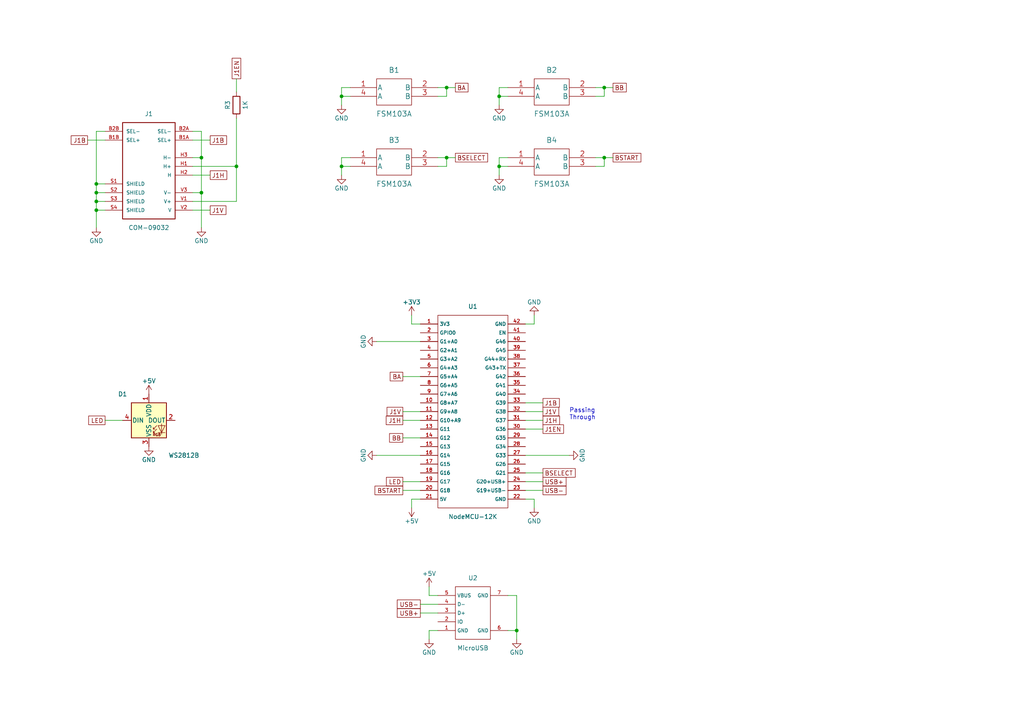
<source format=kicad_sch>
(kicad_sch (version 20211123) (generator eeschema)
  (paper "A4")
  (title_block (title "MiniXPAD") (date "2022-08-12"))
  (lib_symbols
    (symbol "Device:R" (pin_numbers hide) (pin_names (offset 0))
      (property "Reference" "R" (at 2.032 0 90))
      (property "Value" "R" (at 0 0 90))
      (symbol "R_0_1"
        (rectangle (start -1.016 -2.54) (end 1.016 2.54) (stroke (width 0.254)))
      )
      (symbol "R_1_1"
        (pin passive line (at 0 3.81 270) (length 1.27) (name "~") (number "1"))
        (pin passive line (at 0 -3.81 90) (length 1.27) (name "~") (number "2"))
      )
    )
    (symbol "FSM103A_6" (pin_names (offset 0.254))
      (property "Reference" "U" (at 0 7.62 0))
      (property "Value" "FSM103A_6" (at 0 -5.08 0))
      (symbol "FSM103A_6_0_0"
        (rectangle (start -5.08 5.08) (end 5.08 -2.54))
      )
      (symbol "FSM103A_6_1_1"
        (pin passive line (at -12.7 2.54 0) (length 7.62) (name "A") (number "1"))
        (pin passive line (at 12.7 2.54 180) (length 7.62) (name "B") (number "2"))
        (pin passive line (at 12.7 0 180) (length 7.62) (name "B") (number "3"))
        (pin passive line (at -12.7 0 0) (length 7.62) (name "A") (number "4"))
      )
    )
    (symbol "FSM103A_7" (pin_names (offset 0.254))
      (property "Reference" "U" (at 0 7.62 0))
      (property "Value" "FSM103A_7" (at 0 -5.08 0))
      (symbol "FSM103A_7_0_0"
        (rectangle (start -5.08 5.08) (end 5.08 -2.54))
      )
      (symbol "FSM103A_7_1_1"
        (pin passive line (at -12.7 2.54 0) (length 7.62) (name "A") (number "1"))
        (pin passive line (at 12.7 2.54 180) (length 7.62) (name "B") (number "2"))
        (pin passive line (at 12.7 0 180) (length 7.62) (name "B") (number "3"))
        (pin passive line (at -12.7 0 0) (length 7.62) (name "A") (number "4"))
      )
    )
    (symbol "LED:WS2812B" (pin_names (offset 0.254))
      (property "Reference" "D" (at 5.08 5.715 0))
      (property "Value" "WS2812B" (at 1.27 -5.715 0))
      (symbol "WS2812B_0_0"
        (text "RGB" (at 2.286 -4.191 0) (effects (font (size 0.762 0.762))))
      )
      (symbol "WS2812B_0_1"
        (polyline (pts (xy 1.27 -3.556) (xy 1.778 -3.556)))
        (polyline (pts (xy 1.27 -2.54) (xy 1.778 -2.54)))
        (polyline (pts (xy 4.699 -3.556) (xy 2.667 -3.556)))
        (polyline (pts (xy 2.286 -2.54) (xy 1.27 -3.556) (xy 1.27 -3.048)))
        (polyline (pts (xy 2.286 -1.524) (xy 1.27 -2.54) (xy 1.27 -2.032)))
        (polyline (pts (xy 3.683 -1.016) (xy 3.683 -3.556) (xy 3.683 -4.064)))
        (polyline (pts (xy 4.699 -1.524) (xy 2.667 -1.524) (xy 3.683 -3.556) (xy 4.699 -1.524)))
        (rectangle (start 5.08 5.08) (end -5.08 -5.08) (stroke (width 0.254)) (fill (type background)))
      )
      (symbol "WS2812B_1_1"
        (pin power_in line (at 0 7.62 270) (length 2.54) (name "VDD") (number "1"))
        (pin output line (at 7.62 0 180) (length 2.54) (name "DOUT") (number "2"))
        (pin power_in line (at 0 -7.62 90) (length 2.54) (name "VSS") (number "3"))
        (pin input line (at -7.62 0 0) (length 2.54) (name "DIN") (number "4"))
      )
    )
    (symbol "MXPAD:COM-09032" (pin_names (offset 1.016))
      (property "Reference" "U" (at 0 16.51 0))
      (property "Value" "COM-09032" (at 0 -15.24 0))
      (symbol "COM-09032_0_0"
        (rectangle (start -7.62 15.24) (end 7.62 -12.7) (stroke (width 0.254)))
        (pin passive line (at -12.7 -7.62 0) (length 5.08) (name "SEL+") (number "B1A"))
        (pin passive line (at 12.7 -7.62 180) (length 5.08) (name "SEL+") (number "B1B"))
        (pin passive line (at -12.7 -10.16 0) (length 5.08) (name "SEL-") (number "B2A"))
        (pin passive line (at 12.7 -10.16 180) (length 5.08) (name "SEL-") (number "B2B"))
        (pin passive line (at -12.7 0 0) (length 5.08) (name "H+") (number "H1"))
        (pin passive line (at -12.7 2.54 0) (length 5.08) (name "H") (number "H2"))
        (pin passive line (at -12.7 -2.54 0) (length 5.08) (name "H-") (number "H3"))
        (pin passive line (at 12.7 5.08 180) (length 5.08) (name "SHIELD") (number "S1"))
        (pin passive line (at 12.7 7.62 180) (length 5.08) (name "SHIELD") (number "S2"))
        (pin passive line (at 12.7 10.16 180) (length 5.08) (name "SHIELD") (number "S3"))
        (pin passive line (at 12.7 12.7 180) (length 5.08) (name "SHIELD") (number "S4"))
        (pin passive line (at -12.7 10.16 0) (length 5.08) (name "V+") (number "V1"))
        (pin passive line (at -12.7 12.7 0) (length 5.08) (name "V") (number "V2"))
        (pin passive line (at -12.7 7.62 0) (length 5.08) (name "V-") (number "V3"))
      )
    )
    (symbol "MXPAD:FSM103A" (pin_names (offset 0.254))
      (property "Reference" "U" (at 0 7.62 0))
      (property "Value" "FSM103A" (at 0 -5.08 0))
      (symbol "FSM103A_0_0"
        (rectangle (start -5.08 5.08) (end 5.08 -2.54))
      )
      (symbol "FSM103A_1_1"
        (pin passive line (at -12.7 2.54 0) (length 7.62) (name "A") (number "1"))
        (pin passive line (at 12.7 2.54 180) (length 7.62) (name "B") (number "2"))
        (pin passive line (at 12.7 0 180) (length 7.62) (name "B") (number "3"))
        (pin passive line (at -12.7 0 0) (length 7.62) (name "A") (number "4"))
      )
    )
    (symbol "MXPAD:MicroUSB"
      (property "Reference" "U" (at 0 10.16 0))
      (property "Value" "MicroUSB" (at 0 -10.16 0))
      (symbol "MicroUSB_0_0"
        (pin bidirectional line (at -10.16 -5.08 0) (length 5.08) (name "GND") (number "1"))
        (pin bidirectional line (at -10.16 -2.54 0) (length 5.08) (name "IO") (number "2"))
        (pin bidirectional line (at -10.16 0 0) (length 5.08) (name "D+") (number "3"))
        (pin bidirectional line (at -10.16 2.54 0) (length 5.08) (name "D-") (number "4"))
        (pin bidirectional line (at -10.16 5.08 0) (length 5.08) (name "VBUS") (number "5"))
        (pin bidirectional line (at 10.16 -5.08 180) (length 5.08) (name "GND") (number "6"))
        (pin bidirectional line (at 10.16 5.08 180) (length 5.08) (name "GND") (number "7"))
      )
      (symbol "MicroUSB_0_1"
        (rectangle (start -5.08 7.62) (end 5.08 -7.62))
      )
    )
    (symbol "MXPAD:NodeMCU-12K"
      (property "Reference" "U" (at 0 27.94 0))
      (property "Value" "NodeMCU-12K" (at 0 -33.02 0))
      (symbol "NodeMCU-12K_0_0"
        (pin bidirectional line (at -15.24 22.86 0) (length 5.08) (name "3V3") (number "1"))
        (pin bidirectional line (at -15.24 0 0) (length 5.08) (name "G8+A7") (number "10"))
        (pin bidirectional line (at -15.24 -2.54 0) (length 5.08) (name "G9+A8") (number "11"))
        (pin bidirectional line (at -15.24 -5.08 0) (length 5.08) (name "G10+A9") (number "12"))
        (pin bidirectional line (at -15.24 -7.62 0) (length 5.08) (name "G11") (number "13"))
        (pin bidirectional line (at -15.24 -10.16 0) (length 5.08) (name "G12") (number "14"))
        (pin bidirectional line (at -15.24 -12.7 0) (length 5.08) (name "G13") (number "15"))
        (pin bidirectional line (at -15.24 -15.24 0) (length 5.08) (name "G14") (number "16"))
        (pin bidirectional line (at -15.24 -17.78 0) (length 5.08) (name "G15") (number "17"))
        (pin bidirectional line (at -15.24 -20.32 0) (length 5.08) (name "G16") (number "18"))
        (pin bidirectional line (at -15.24 -22.86 0) (length 5.08) (name "G17") (number "19"))
        (pin bidirectional line (at -15.24 20.32 0) (length 5.08) (name "GPIO0") (number "2"))
        (pin bidirectional line (at -15.24 -25.4 0) (length 5.08) (name "G18") (number "20"))
        (pin bidirectional line (at -15.24 -27.94 0) (length 5.08) (name "5V") (number "21"))
        (pin bidirectional line (at 15.24 -27.94 180) (length 5.08) (name "GND") (number "22"))
        (pin bidirectional line (at 15.24 -25.4 180) (length 5.08) (name "G19+USB-") (number "23"))
        (pin bidirectional line (at 15.24 -22.86 180) (length 5.08) (name "G20+USB+") (number "24"))
        (pin bidirectional line (at 15.24 -20.32 180) (length 5.08) (name "G21") (number "25"))
        (pin bidirectional line (at 15.24 -17.78 180) (length 5.08) (name "G26") (number "26"))
        (pin bidirectional line (at 15.24 -15.24 180) (length 5.08) (name "G33") (number "27"))
        (pin bidirectional line (at 15.24 -12.7 180) (length 5.08) (name "G34") (number "28"))
        (pin bidirectional line (at 15.24 -10.16 180) (length 5.08) (name "G35") (number "29"))
        (pin bidirectional line (at -15.24 17.78 0) (length 5.08) (name "G1+A0") (number "3"))
        (pin bidirectional line (at 15.24 -7.62 180) (length 5.08) (name "G36") (number "30"))
        (pin bidirectional line (at 15.24 -5.08 180) (length 5.08) (name "G37") (number "31"))
        (pin bidirectional line (at 15.24 -2.54 180) (length 5.08) (name "G38") (number "32"))
        (pin bidirectional line (at 15.24 0 180) (length 5.08) (name "G39") (number "33"))
        (pin bidirectional line (at 15.24 2.54 180) (length 5.08) (name "G40") (number "34"))
        (pin bidirectional line (at 15.24 5.08 180) (length 5.08) (name "G41") (number "35"))
        (pin bidirectional line (at 15.24 7.62 180) (length 5.08) (name "G42") (number "36"))
        (pin bidirectional line (at 15.24 10.16 180) (length 5.08) (name "G43+TX") (number "37"))
        (pin bidirectional line (at 15.24 12.7 180) (length 5.08) (name "G44+RX") (number "38"))
        (pin bidirectional line (at 15.24 15.24 180) (length 5.08) (name "G45") (number "39"))
        (pin bidirectional line (at -15.24 15.24 0) (length 5.08) (name "G2+A1") (number "4"))
        (pin bidirectional line (at 15.24 17.78 180) (length 5.08) (name "G46") (number "40"))
        (pin bidirectional line (at 15.24 20.32 180) (length 5.08) (name "EN") (number "41"))
        (pin bidirectional line (at 15.24 22.86 180) (length 5.08) (name "GND") (number "42"))
        (pin bidirectional line (at -15.24 12.7 0) (length 5.08) (name "G3+A2") (number "5"))
        (pin bidirectional line (at -15.24 10.16 0) (length 5.08) (name "G4+A3") (number "6"))
        (pin bidirectional line (at -15.24 7.62 0) (length 5.08) (name "G5+A4") (number "7"))
        (pin bidirectional line (at -15.24 5.08 0) (length 5.08) (name "G6+A5") (number "8"))
        (pin bidirectional line (at -15.24 2.54 0) (length 5.08) (name "G7+A6") (number "9"))
      )
      (symbol "NodeMCU-12K_0_1"
        (rectangle (start -10.16 25.4) (end 10.16 -30.48))
        (rectangle (start -8.89 7.62) (end -8.89 7.62))
        (rectangle (start -8.89 7.62) (end -8.89 7.62))
        (rectangle (start -8.89 7.62) (end -8.89 7.62))
        (rectangle (start -8.89 7.62) (end -8.89 7.62))
      )
    )
    (symbol "power:+3V3" (power) (pin_names (offset 0))
      (property "Value" "+3V3" (at 0 3.556 0))
      (symbol "+3V3_0_1"
        (polyline (pts (xy -0.762 1.27) (xy 0 2.54)))
        (polyline (pts (xy 0 0) (xy 0 2.54)))
        (polyline (pts (xy 0 2.54) (xy 0.762 1.27)))
      )
      (symbol "+3V3_1_1"
        (pin power_in line (at 0 0 90) (length 0) hide (name "+3V3") (number "1"))
      )
    )
    (symbol "power:+5V" (power) (pin_names (offset 0))
      (property "Value" "+5V" (at 0 3.556 0))
      (symbol "+5V_0_1"
        (polyline (pts (xy -0.762 1.27) (xy 0 2.54)))
        (polyline (pts (xy 0 0) (xy 0 2.54)))
        (polyline (pts (xy 0 2.54) (xy 0.762 1.27)))
      )
      (symbol "+5V_1_1"
        (pin power_in line (at 0 0 90) (length 0) hide (name "+5V") (number "1"))
      )
    )
    (symbol "power:GND" (power) (pin_names (offset 0))
      (property "Value" "GND" (at 0 -3.81 0))
      (symbol "GND_0_1"
        (polyline (pts (xy 0 0) (xy 0 -1.27) (xy 1.27 -1.27) (xy 0 -2.54) (xy -1.27 -1.27) (xy 0 -1.27)))
      )
      (symbol "GND_1_1"
        (pin power_in line (at 0 0 270) (length 0) hide (name "GND") (number "1"))
      )
    )
  )
  (junction (at 27.94 53.34))
  (junction (at 129.54 45.72))
  (junction (at 68.58 48.26))
  (junction (at 58.42 55.88))
  (junction (at 149.86 182.88))
  (junction (at 175.26 45.72))
  (junction (at 58.42 45.72))
  (junction (at 27.94 58.42))
  (junction (at 129.54 25.4))
  (junction (at 27.94 60.96))
  (junction (at 27.94 55.88))
  (junction (at 175.26 25.4))
  (junction (at 99.06 48.26))
  (junction (at 144.78 48.26))
  (junction (at 144.78 27.94))
  (junction (at 99.06 27.94))
  (wire (pts (xy 27.94 53.34) (xy 30.48 53.34)))
  (wire (pts (xy 127 172.72) (xy 124.46 172.72)))
  (wire (pts (xy 144.78 25.4) (xy 147.32 25.4)))
  (wire (pts (xy 152.4 132.08) (xy 165.1 132.08)))
  (wire (pts (xy 121.92 175.26) (xy 127 175.26)))
  (wire (pts (xy 55.88 45.72) (xy 58.42 45.72)))
  (wire (pts (xy 119.38 144.78) (xy 119.38 147.32)))
  (wire (pts (xy 99.06 27.94) (xy 99.06 25.4)))
  (wire (pts (xy 152.4 137.16) (xy 157.48 137.16)))
  (wire (pts (xy 27.94 60.96) (xy 27.94 58.42)))
  (wire (pts (xy 27.94 53.34) (xy 27.94 38.1)))
  (wire (pts (xy 152.4 93.98) (xy 154.94 93.98)))
  (wire (pts (xy 157.48 121.92) (xy 152.4 121.92)))
  (wire (pts (xy 99.06 45.72) (xy 101.6 45.72)))
  (wire (pts (xy 121.92 144.78) (xy 119.38 144.78)))
  (wire (pts (xy 121.92 132.08) (xy 109.22 132.08)))
  (wire (pts (xy 172.72 27.94) (xy 175.26 27.94)))
  (wire (pts (xy 116.84 119.38) (xy 121.92 119.38)))
  (wire (pts (xy 154.94 147.32) (xy 154.94 144.78)))
  (wire (pts (xy 149.86 182.88) (xy 147.32 182.88)))
  (wire (pts (xy 154.94 144.78) (xy 152.4 144.78)))
  (wire (pts (xy 55.88 40.64) (xy 60.96 40.64)))
  (wire (pts (xy 175.26 45.72) (xy 177.8 45.72)))
  (wire (pts (xy 25.4 40.64) (xy 30.48 40.64)))
  (wire (pts (xy 172.72 45.72) (xy 175.26 45.72)))
  (wire (pts (xy 152.4 142.24) (xy 157.48 142.24)))
  (wire (pts (xy 124.46 172.72) (xy 124.46 170.18)))
  (wire (pts (xy 121.92 93.98) (xy 119.38 93.98)))
  (wire (pts (xy 99.06 25.4) (xy 101.6 25.4)))
  (wire (pts (xy 99.06 27.94) (xy 101.6 27.94)))
  (wire (pts (xy 30.48 121.92) (xy 35.56 121.92)))
  (wire (pts (xy 55.88 50.8) (xy 60.96 50.8)))
  (wire (pts (xy 152.4 124.46) (xy 157.48 124.46)))
  (wire (pts (xy 144.78 30.48) (xy 144.78 27.94)))
  (wire (pts (xy 121.92 99.06) (xy 109.22 99.06)))
  (wire (pts (xy 124.46 185.42) (xy 124.46 182.88)))
  (wire (pts (xy 58.42 38.1) (xy 58.42 45.72)))
  (wire (pts (xy 144.78 27.94) (xy 144.78 25.4)))
  (wire (pts (xy 27.94 58.42) (xy 30.48 58.42)))
  (wire (pts (xy 27.94 55.88) (xy 30.48 55.88)))
  (wire (pts (xy 129.54 27.94) (xy 129.54 25.4)))
  (wire (pts (xy 172.72 48.26) (xy 175.26 48.26)))
  (wire (pts (xy 149.86 185.42) (xy 149.86 182.88)))
  (wire (pts (xy 55.88 55.88) (xy 58.42 55.88)))
  (wire (pts (xy 157.48 119.38) (xy 152.4 119.38)))
  (wire (pts (xy 144.78 45.72) (xy 147.32 45.72)))
  (wire (pts (xy 127 48.26) (xy 129.54 48.26)))
  (wire (pts (xy 175.26 48.26) (xy 175.26 45.72)))
  (wire (pts (xy 149.86 182.88) (xy 149.86 172.72)))
  (wire (pts (xy 149.86 172.72) (xy 147.32 172.72)))
  (wire (pts (xy 55.88 60.96) (xy 60.96 60.96)))
  (wire (pts (xy 116.84 142.24) (xy 121.92 142.24)))
  (wire (pts (xy 127 45.72) (xy 129.54 45.72)))
  (wire (pts (xy 127 25.4) (xy 129.54 25.4)))
  (wire (pts (xy 157.48 116.84) (xy 152.4 116.84)))
  (wire (pts (xy 58.42 45.72) (xy 58.42 55.88)))
  (wire (pts (xy 175.26 27.94) (xy 175.26 25.4)))
  (wire (pts (xy 121.92 177.8) (xy 127 177.8)))
  (wire (pts (xy 175.26 25.4) (xy 177.8 25.4)))
  (wire (pts (xy 68.58 22.86) (xy 68.58 26.67)))
  (wire (pts (xy 58.42 55.88) (xy 58.42 66.04)))
  (wire (pts (xy 99.06 48.26) (xy 99.06 45.72)))
  (wire (pts (xy 124.46 182.88) (xy 127 182.88)))
  (wire (pts (xy 144.78 48.26) (xy 147.32 48.26)))
  (wire (pts (xy 27.94 66.04) (xy 27.94 60.96)))
  (wire (pts (xy 116.84 139.7) (xy 121.92 139.7)))
  (wire (pts (xy 99.06 50.8) (xy 99.06 48.26)))
  (wire (pts (xy 144.78 27.94) (xy 147.32 27.94)))
  (wire (pts (xy 27.94 60.96) (xy 30.48 60.96)))
  (wire (pts (xy 144.78 50.8) (xy 144.78 48.26)))
  (wire (pts (xy 55.88 38.1) (xy 58.42 38.1)))
  (wire (pts (xy 27.94 55.88) (xy 27.94 53.34)))
  (wire (pts (xy 121.92 109.22) (xy 116.84 109.22)))
  (wire (pts (xy 152.4 139.7) (xy 157.48 139.7)))
  (wire (pts (xy 116.84 127) (xy 121.92 127)))
  (wire (pts (xy 27.94 58.42) (xy 27.94 55.88)))
  (wire (pts (xy 129.54 45.72) (xy 132.08 45.72)))
  (wire (pts (xy 119.38 93.98) (xy 119.38 91.44)))
  (wire (pts (xy 99.06 48.26) (xy 101.6 48.26)))
  (wire (pts (xy 129.54 48.26) (xy 129.54 45.72)))
  (wire (pts (xy 129.54 25.4) (xy 132.08 25.4)))
  (wire (pts (xy 99.06 30.48) (xy 99.06 27.94)))
  (wire (pts (xy 68.58 48.26) (xy 68.58 58.42)))
  (wire (pts (xy 68.58 34.29) (xy 68.58 48.26)))
  (wire (pts (xy 127 27.94) (xy 129.54 27.94)))
  (wire (pts (xy 172.72 25.4) (xy 175.26 25.4)))
  (wire (pts (xy 116.84 121.92) (xy 121.92 121.92)))
  (wire (pts (xy 144.78 48.26) (xy 144.78 45.72)))
  (wire (pts (xy 27.94 38.1) (xy 30.48 38.1)))
  (wire (pts (xy 154.94 93.98) (xy 154.94 91.44)))
  (wire (pts (xy 55.88 48.26) (xy 68.58 48.26)))
  (wire (pts (xy 55.88 58.42) (xy 68.58 58.42)))
  (text "Passing\nThrough" (at 165.1 121.92 0) (effects (font (size 1.27 1.27)) (justify left bottom)))
  (global_label "J1B" (shape passive) (at 157.48 116.84 0) (property "Intersheet References" "${INTERSHEET_REFS}" (effects hide)))
  (global_label "BSELECT" (shape passive) (at 132.08 45.72 0) (property "Intersheet References" "${INTERSHEET_REFS}" (effects hide)))
  (global_label "BB" (shape passive) (at 116.84 127 180) (property "Intersheet References" "${INTERSHEET_REFS}" (effects hide)))
  (global_label "LED" (shape passive) (at 116.84 139.7 180) (property "Intersheet References" "${INTERSHEET_REFS}" (effects hide)))
  (global_label "J1B" (shape passive) (at 25.4 40.64 180) (property "Intersheet References" "${INTERSHEET_REFS}" (effects hide)))
  (global_label "J1H" (shape passive) (at 60.96 50.8 0) (property "Intersheet References" "${INTERSHEET_REFS}" (effects hide)))
  (global_label "BA" (shape passive) (at 132.08 25.4 0) (property "Intersheet References" "${INTERSHEET_REFS}" (effects hide)))
  (global_label "BB" (shape passive) (at 177.8 25.4 0) (property "Intersheet References" "${INTERSHEET_REFS}" (effects hide)))
  (global_label "BA" (shape passive) (at 116.84 109.22 180) (property "Intersheet References" "${INTERSHEET_REFS}" (effects hide)))
  (global_label "J1EN" (shape passive) (at 157.48 124.46 0) (property "Intersheet References" "${INTERSHEET_REFS}" (effects hide)))
  (global_label "USB+" (shape passive) (at 121.92 177.8 180) (property "Intersheet References" "${INTERSHEET_REFS}" (effects hide)))
  (global_label "J1B" (shape passive) (at 60.96 40.64 0) (property "Intersheet References" "${INTERSHEET_REFS}" (effects hide)))
  (global_label "BSELECT" (shape passive) (at 157.48 137.16 0) (property "Intersheet References" "${INTERSHEET_REFS}" (effects hide)))
  (global_label "J1H" (shape passive) (at 116.84 121.92 180) (property "Intersheet References" "${INTERSHEET_REFS}" (effects hide)))
  (global_label "BSTART" (shape passive) (at 177.8 45.72 0) (property "Intersheet References" "${INTERSHEET_REFS}" (effects hide)))
  (global_label "LED" (shape passive) (at 30.48 121.92 180) (property "Intersheet References" "${INTERSHEET_REFS}" (effects hide)))
  (global_label "BSTART" (shape passive) (at 116.84 142.24 180) (property "Intersheet References" "${INTERSHEET_REFS}" (effects hide)))
  (global_label "J1H" (shape passive) (at 157.48 121.92 0) (property "Intersheet References" "${INTERSHEET_REFS}" (effects hide)))
  (global_label "J1V" (shape passive) (at 60.96 60.96 0) (property "Intersheet References" "${INTERSHEET_REFS}" (effects hide)))
  (global_label "J1V" (shape passive) (at 116.84 119.38 180) (property "Intersheet References" "${INTERSHEET_REFS}" (effects hide)))
  (global_label "USB-" (shape passive) (at 121.92 175.26 180) (property "Intersheet References" "${INTERSHEET_REFS}" (effects hide)))
  (global_label "J1V" (shape passive) (at 157.48 119.38 0) (property "Intersheet References" "${INTERSHEET_REFS}" (effects hide)))
  (global_label "J1EN" (shape passive) (at 68.58 22.86 90) (property "Intersheet References" "${INTERSHEET_REFS}" (effects hide)))
  (global_label "USB+" (shape passive) (at 157.48 139.7 0) (property "Intersheet References" "${INTERSHEET_REFS}" (effects hide)))
  (global_label "USB-" (shape passive) (at 157.48 142.24 0) (property "Intersheet References" "${INTERSHEET_REFS}" (effects hide)))
  (symbol (lib_id "MXPAD:COM-09032") (at 43.18 48.26 180) (unit 1)
    (property "Reference" "J1" (at 43.18 33.02 0))
    (property "Value" "COM-09032" (at 43.18 66.04 0))
    (property "Footprint" "MXPAD:COM-09032-SMD" (effects hide))
  )
  (symbol (lib_id "power:+3V3") (at 119.38 91.44 0) (unit 1)
    (property "Reference" "#PWR011" (effects hide))
    (property "Value" "+3V3" (at 119.38 87.63 0))
  )
  (symbol (lib_id "power:GND") (at 149.86 185.42 0) (unit 1)
    (property "Reference" "#PWR017" (effects hide))
    (property "Value" "GND" (at 149.86 189.23 0))
  )
  (symbol (lib_id "power:GND") (at 165.1 132.08 90) (unit 1)
    (property "Reference" "#PWR0101" (effects hide))
    (property "Value" "GND" (at 168.91 132.08 0))
  )
  (symbol (lib_id "power:GND") (at 124.46 185.42 0) (unit 1)
    (property "Reference" "#PWR015" (effects hide))
    (property "Value" "GND" (at 124.46 189.23 0))
  )
  (symbol (lib_name "FSM103A_7") (lib_id "MXPAD:FSM103A") (at 114.3 27.94 0) (unit 1)
    (property "Reference" "B1" (at 114.3 20.32 0) (effects (font (size 1.524 1.524))))
    (property "Value" "FSM103A" (at 114.3 33.02 0) (effects (font (size 1.524 1.524))))
    (property "Footprint" "MXPAD:FSM103A-SMD" (effects hide))
  )
  (symbol (lib_id "LED:WS2812B") (at 43.18 121.92 0) (unit 1)
    (property "Reference" "D1" (at 35.56 114.3 0))
    (property "Value" "WS2812B" (at 53.34 132.08 0))
    (property "Footprint" "LED_SMD:LED_WS2812B_PLCC4_5.0x5.0mm_P3.2mm" (effects hide))
    (property "Datasheet" "https://cdn-shop.adafruit.com/datasheets/WS2812B.pdf" (effects hide))
  )
  (symbol (lib_id "power:GND") (at 109.22 132.08 270) (unit 1)
    (property "Reference" "#PWR0103" (effects hide))
    (property "Value" "GND" (at 105.41 132.08 0))
  )
  (symbol (lib_id "MXPAD:FSM103A") (at 160.02 48.26 0) (unit 1)
    (property "Reference" "B4" (at 160.02 40.64 0) (effects (font (size 1.524 1.524))))
    (property "Value" "FSM103A" (at 160.02 53.34 0) (effects (font (size 1.524 1.524))))
    (property "Footprint" "MXPAD:FSM103A-SMD" (effects hide))
  )
  (symbol (lib_id "power:GND") (at 99.06 50.8 0) (unit 1)
    (property "Reference" "#PWR022" (effects hide))
    (property "Value" "GND" (at 99.06 54.61 0))
  )
  (symbol (lib_id "MXPAD:MicroUSB") (at 137.16 177.8 0) (unit 1)
    (property "Reference" "U2" (at 137.16 167.64 0))
    (property "Value" "MicroUSB" (at 137.16 187.96 0))
    (property "Footprint" "MXPAD:MicroUSB" (effects hide))
  )
  (symbol (lib_id "power:GND") (at 27.94 66.04 0) (unit 1)
    (property "Reference" "#PWR01" (effects hide))
    (property "Value" "GND" (at 27.94 69.85 0))
  )
  (symbol (lib_id "power:GND") (at 144.78 50.8 0) (unit 1)
    (property "Reference" "#PWR023" (effects hide))
    (property "Value" "GND" (at 144.78 54.61 0))
  )
  (symbol (lib_id "power:+5V") (at 124.46 170.18 0) (unit 1)
    (property "Reference" "#PWR014" (effects hide))
    (property "Value" "+5V" (at 124.46 166.37 0))
  )
  (symbol (lib_id "power:GND") (at 109.22 99.06 270) (unit 1)
    (property "Reference" "#PWR0102" (effects hide))
    (property "Value" "GND" (at 105.41 99.06 0))
  )
  (symbol (lib_id "power:GND") (at 43.18 129.54 0) (unit 1)
    (property "Reference" "#PWR04" (effects hide))
    (property "Value" "GND" (at 43.18 133.35 0))
  )
  (symbol (lib_id "power:+5V") (at 119.38 147.32 180) (unit 1)
    (property "Reference" "#PWR012" (effects hide))
    (property "Value" "+5V" (at 119.38 151.13 0))
  )
  (symbol (lib_id "power:GND") (at 154.94 91.44 180) (unit 1)
    (property "Reference" "#PWR018" (effects hide))
    (property "Value" "GND" (at 154.94 87.63 0))
  )
  (symbol (lib_id "power:+5V") (at 43.18 114.3 0) (unit 1)
    (property "Reference" "#PWR03" (effects hide))
    (property "Value" "+5V" (at 43.18 110.49 0))
  )
  (symbol (lib_id "power:GND") (at 144.78 30.48 0) (unit 1)
    (property "Reference" "#PWR016" (effects hide))
    (property "Value" "GND" (at 144.78 34.29 0))
  )
  (symbol (lib_id "MXPAD:NodeMCU-12K") (at 137.16 116.84 0) (unit 1)
    (property "Reference" "U1" (at 137.16 88.9 0))
    (property "Value" "NodeMCU-12K" (at 137.16 149.86 0))
    (property "Footprint" "MXPAD:NodeMCU-12K-SMD" (effects hide))
  )
  (symbol (lib_name "FSM103A_6") (lib_id "MXPAD:FSM103A") (at 160.02 27.94 0) (unit 1)
    (property "Reference" "B2" (at 160.02 20.32 0) (effects (font (size 1.524 1.524))))
    (property "Value" "FSM103A" (at 160.02 33.02 0) (effects (font (size 1.524 1.524))))
    (property "Footprint" "MXPAD:FSM103A-SMD" (effects hide))
  )
  (symbol (lib_id "power:GND") (at 58.42 66.04 0) (unit 1)
    (property "Reference" "#PWR05" (effects hide))
    (property "Value" "GND" (at 58.42 69.85 0))
  )
  (symbol (lib_id "power:GND") (at 154.94 147.32 0) (unit 1)
    (property "Reference" "#PWR019" (effects hide))
    (property "Value" "GND" (at 154.94 151.13 0))
  )
  (symbol (lib_id "power:GND") (at 99.06 30.48 0) (unit 1)
    (property "Reference" "#PWR08" (effects hide))
    (property "Value" "GND" (at 99.06 34.29 0))
  )
  (symbol (lib_id "MXPAD:FSM103A") (at 114.3 48.26 0) (unit 1)
    (property "Reference" "B3" (at 114.3 40.64 0) (effects (font (size 1.524 1.524))))
    (property "Value" "FSM103A" (at 114.3 53.34 0) (effects (font (size 1.524 1.524))))
    (property "Footprint" "MXPAD:FSM103A-SMD" (effects hide))
  )
  (symbol (lib_id "Device:R") (at 68.58 30.48 180) (unit 1)
    (property "Reference" "R3" (at 66.04 30.48 90))
    (property "Value" "1K" (at 71.12 30.48 90))
    (property "Footprint" "Resistor_THT:R_Axial_DIN0204_L3.6mm_D1.6mm_P5.08mm_Horizontal" (effects hide))
  )
)
</source>
